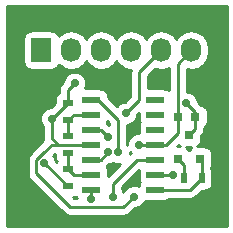
<source format=gtl>
G04 #@! TF.FileFunction,Copper,L1,Top,Signal*
%FSLAX46Y46*%
G04 Gerber Fmt 4.6, Leading zero omitted, Abs format (unit mm)*
G04 Created by KiCad (PCBNEW 4.0.1-stable) date 2/20/2016 9:56:53 PM*
%MOMM*%
G01*
G04 APERTURE LIST*
%ADD10C,0.100000*%
%ADD11R,0.500000X0.900000*%
%ADD12R,0.900000X0.500000*%
%ADD13R,1.500000X0.600000*%
%ADD14R,0.800100X0.800100*%
%ADD15R,0.800000X0.750000*%
%ADD16R,1.727200X2.032000*%
%ADD17O,1.727200X2.032000*%
%ADD18C,0.700000*%
%ADD19C,0.250000*%
%ADD20C,0.254000*%
G04 APERTURE END LIST*
D10*
D11*
X141200000Y-83550000D03*
X142700000Y-83550000D03*
D12*
X131350000Y-82800000D03*
X131350000Y-84300000D03*
X131350000Y-77200000D03*
X131350000Y-78700000D03*
X131350000Y-80000000D03*
X131350000Y-81500000D03*
D13*
X133350000Y-76940000D03*
X133350000Y-78210000D03*
X133350000Y-79480000D03*
X133350000Y-80750000D03*
X133350000Y-82020000D03*
X133350000Y-83290000D03*
X133350000Y-84560000D03*
X138750000Y-84560000D03*
X138750000Y-83290000D03*
X138750000Y-82020000D03*
X138750000Y-80750000D03*
X138750000Y-79480000D03*
X138750000Y-78210000D03*
X138750000Y-76940000D03*
D14*
X140650000Y-81950760D03*
X142550000Y-81950760D03*
X141600000Y-79951780D03*
D15*
X140650000Y-78400000D03*
X142150000Y-78400000D03*
D16*
X129100000Y-72750000D03*
D17*
X131640000Y-72750000D03*
X134180000Y-72750000D03*
X136720000Y-72750000D03*
X139260000Y-72750000D03*
X141800000Y-72750000D03*
D18*
X136250000Y-78100000D03*
X134750000Y-80100000D03*
X141400000Y-77250000D03*
X135600000Y-81400000D03*
X131950000Y-75550000D03*
X134750000Y-81400000D03*
X136950000Y-85150000D03*
X130000000Y-78550000D03*
X140300000Y-83300000D03*
X135150000Y-85150000D03*
X133350000Y-85400000D03*
X137350000Y-80750000D03*
X129350000Y-82300000D03*
D19*
X137387500Y-76962500D02*
X137387500Y-74622500D01*
X137387500Y-74622500D02*
X139260000Y-72750000D01*
X140650000Y-78400000D02*
X140650000Y-73900000D01*
X140650000Y-73900000D02*
X141800000Y-72750000D01*
X136250000Y-78100000D02*
X137387500Y-76962500D01*
X134130000Y-79480000D02*
X134750000Y-80100000D01*
X134130000Y-79480000D02*
X133350000Y-79480000D01*
X142150000Y-78400000D02*
X142150000Y-78000000D01*
X142150000Y-78000000D02*
X141400000Y-77250000D01*
X142150000Y-78400000D02*
X142150000Y-79401780D01*
X142150000Y-79401780D02*
X141600000Y-79951780D01*
X138750000Y-80750000D02*
X139700000Y-80750000D01*
X140650000Y-79800000D02*
X140650000Y-78400000D01*
X139700000Y-80750000D02*
X140650000Y-79800000D01*
X133890000Y-76940000D02*
X135600000Y-78650000D01*
X135600000Y-78650000D02*
X135600000Y-81400000D01*
X133350000Y-76940000D02*
X133890000Y-76940000D01*
X131350000Y-77200000D02*
X131350000Y-76150000D01*
X131350000Y-76150000D02*
X131950000Y-75550000D01*
X141200000Y-83550000D02*
X141200000Y-82500760D01*
X141200000Y-82500760D02*
X140650000Y-81950760D01*
X142700000Y-83550000D02*
X142700000Y-82100760D01*
X142700000Y-82100760D02*
X142550000Y-81950760D01*
X138750000Y-84560000D02*
X141690000Y-84560000D01*
X141690000Y-84560000D02*
X142700000Y-83550000D01*
X133350000Y-82020000D02*
X134130000Y-82020000D01*
X134130000Y-82020000D02*
X134750000Y-81400000D01*
X130550000Y-80750000D02*
X130000000Y-80750000D01*
X130000000Y-80750000D02*
X129350000Y-81400000D01*
X129350000Y-81400000D02*
X128700000Y-82050000D01*
X136050000Y-86050000D02*
X136950000Y-85150000D01*
X131550000Y-86050000D02*
X136050000Y-86050000D01*
X128700000Y-83200000D02*
X131550000Y-86050000D01*
X128700000Y-82050000D02*
X128700000Y-83200000D01*
X133350000Y-80750000D02*
X130550000Y-80750000D01*
X130000000Y-78550000D02*
X131350000Y-77200000D01*
X130000000Y-80200000D02*
X130000000Y-78550000D01*
X130550000Y-80750000D02*
X130000000Y-80200000D01*
X140290000Y-83290000D02*
X138750000Y-83290000D01*
X140300000Y-83300000D02*
X140290000Y-83290000D01*
X137180000Y-82020000D02*
X138750000Y-82020000D01*
X135150000Y-84050000D02*
X137180000Y-82020000D01*
X135150000Y-85150000D02*
X135150000Y-84050000D01*
X133350000Y-84560000D02*
X133350000Y-85400000D01*
X138750000Y-80750000D02*
X137350000Y-80750000D01*
X129350000Y-82300000D02*
X131350000Y-84300000D01*
X133350000Y-78210000D02*
X131840000Y-78210000D01*
X131840000Y-78210000D02*
X131350000Y-78700000D01*
X133350000Y-83290000D02*
X131840000Y-83290000D01*
X131840000Y-83290000D02*
X131350000Y-82800000D01*
X131350000Y-82800000D02*
X131350000Y-81500000D01*
X131350000Y-80000000D02*
X131350000Y-78700000D01*
D20*
G36*
X144790000Y-87640000D02*
X126210000Y-87640000D01*
X126210000Y-71734000D01*
X127588960Y-71734000D01*
X127588960Y-73766000D01*
X127601400Y-73832113D01*
X127601400Y-73892309D01*
X127622155Y-73942416D01*
X127633238Y-74001317D01*
X127670608Y-74059391D01*
X127698073Y-74125698D01*
X127740714Y-74168339D01*
X127772310Y-74217441D01*
X127827579Y-74255205D01*
X127876701Y-74304327D01*
X127934528Y-74328280D01*
X127984510Y-74362431D01*
X128048031Y-74375294D01*
X128110090Y-74401000D01*
X128174969Y-74401000D01*
X128236400Y-74413440D01*
X129963600Y-74413440D01*
X130029713Y-74401000D01*
X130089910Y-74401000D01*
X130140018Y-74380245D01*
X130198917Y-74369162D01*
X130256990Y-74331793D01*
X130323299Y-74304327D01*
X130365940Y-74261685D01*
X130415041Y-74230090D01*
X130452806Y-74174820D01*
X130501927Y-74125698D01*
X130525879Y-74067874D01*
X130560031Y-74017890D01*
X130568400Y-73976561D01*
X130580330Y-73994415D01*
X130735771Y-74098277D01*
X130737964Y-74100732D01*
X130743269Y-74103287D01*
X131066511Y-74319271D01*
X131640000Y-74433345D01*
X132213489Y-74319271D01*
X132536731Y-74103287D01*
X132542036Y-74100732D01*
X132544229Y-74098277D01*
X132699670Y-73994415D01*
X132885468Y-73716349D01*
X132910000Y-73688892D01*
X132934532Y-73716349D01*
X133120330Y-73994415D01*
X133275771Y-74098277D01*
X133277964Y-74100732D01*
X133283269Y-74103287D01*
X133606511Y-74319271D01*
X134180000Y-74433345D01*
X134753489Y-74319271D01*
X135076731Y-74103287D01*
X135082036Y-74100732D01*
X135084229Y-74098277D01*
X135239670Y-73994415D01*
X135425468Y-73716349D01*
X135450000Y-73688892D01*
X135474532Y-73716349D01*
X135660330Y-73994415D01*
X135815771Y-74098277D01*
X135817964Y-74100732D01*
X135823269Y-74103287D01*
X136146511Y-74319271D01*
X136667214Y-74422845D01*
X136627500Y-74622500D01*
X136627500Y-76647698D01*
X136160276Y-77114922D01*
X136054931Y-77114830D01*
X135692771Y-77264471D01*
X135490846Y-77466044D01*
X134747440Y-76722638D01*
X134747440Y-76640000D01*
X134735000Y-76573887D01*
X134735000Y-76513690D01*
X134714245Y-76463582D01*
X134703162Y-76404683D01*
X134665793Y-76346610D01*
X134638327Y-76280301D01*
X134595685Y-76237660D01*
X134564090Y-76188559D01*
X134508820Y-76150794D01*
X134459698Y-76101673D01*
X134401874Y-76077721D01*
X134351890Y-76043569D01*
X134288367Y-76030705D01*
X134226309Y-76005000D01*
X134161431Y-76005000D01*
X134100000Y-75992560D01*
X132832775Y-75992560D01*
X132934828Y-75746788D01*
X132935170Y-75354931D01*
X132785529Y-74992771D01*
X132508686Y-74715445D01*
X132146788Y-74565172D01*
X131754931Y-74564830D01*
X131392771Y-74714471D01*
X131115445Y-74991314D01*
X130965172Y-75353212D01*
X130965079Y-75460119D01*
X130812599Y-75612599D01*
X130647852Y-75859161D01*
X130590000Y-76150000D01*
X130590000Y-76391087D01*
X130540301Y-76411673D01*
X130497660Y-76454315D01*
X130448559Y-76485910D01*
X130410794Y-76541180D01*
X130361673Y-76590302D01*
X130337721Y-76648126D01*
X130303569Y-76698110D01*
X130290705Y-76761633D01*
X130265000Y-76823691D01*
X130265000Y-76888569D01*
X130252560Y-76950000D01*
X130252560Y-77222638D01*
X129910276Y-77564922D01*
X129804931Y-77564830D01*
X129442771Y-77714471D01*
X129165445Y-77991314D01*
X129015172Y-78353212D01*
X129014830Y-78745069D01*
X129164471Y-79107229D01*
X129240000Y-79182890D01*
X129240000Y-80200000D01*
X129279022Y-80396176D01*
X128162599Y-81512599D01*
X127997852Y-81759161D01*
X127940000Y-82050000D01*
X127940000Y-83200000D01*
X127997852Y-83490839D01*
X128162599Y-83737401D01*
X131012599Y-86587401D01*
X131259161Y-86752148D01*
X131550000Y-86810000D01*
X136050000Y-86810000D01*
X136340839Y-86752148D01*
X136587401Y-86587401D01*
X137039724Y-86135078D01*
X137145069Y-86135170D01*
X137507229Y-85985529D01*
X137784555Y-85708686D01*
X137873345Y-85494857D01*
X137873691Y-85495000D01*
X137938569Y-85495000D01*
X138000000Y-85507440D01*
X139500000Y-85507440D01*
X139566113Y-85495000D01*
X139626309Y-85495000D01*
X139676416Y-85474245D01*
X139735317Y-85463162D01*
X139793391Y-85425792D01*
X139859698Y-85398327D01*
X139902339Y-85355686D01*
X139951441Y-85324090D01*
X139954236Y-85320000D01*
X141690000Y-85320000D01*
X141980839Y-85262148D01*
X142227401Y-85097401D01*
X142677362Y-84647440D01*
X142950000Y-84647440D01*
X143016113Y-84635000D01*
X143076309Y-84635000D01*
X143126416Y-84614245D01*
X143185317Y-84603162D01*
X143243391Y-84565792D01*
X143309698Y-84538327D01*
X143352339Y-84495686D01*
X143401441Y-84464090D01*
X143439205Y-84408821D01*
X143488327Y-84359699D01*
X143512280Y-84301872D01*
X143546431Y-84251890D01*
X143559294Y-84188369D01*
X143585000Y-84126310D01*
X143585000Y-84061431D01*
X143597440Y-84000000D01*
X143597440Y-83100000D01*
X143585000Y-83033887D01*
X143585000Y-82973690D01*
X143564245Y-82923582D01*
X143553162Y-82864683D01*
X143515793Y-82806610D01*
X143488327Y-82740301D01*
X143473456Y-82725430D01*
X143488377Y-82710509D01*
X143512330Y-82652682D01*
X143546481Y-82602700D01*
X143559344Y-82539179D01*
X143585050Y-82477120D01*
X143585050Y-82412241D01*
X143597490Y-82350810D01*
X143597490Y-81550710D01*
X143585050Y-81484597D01*
X143585050Y-81424400D01*
X143564295Y-81374292D01*
X143553212Y-81315393D01*
X143515843Y-81257320D01*
X143488377Y-81191011D01*
X143445735Y-81148370D01*
X143414140Y-81099269D01*
X143358870Y-81061504D01*
X143309748Y-81012383D01*
X143251924Y-80988431D01*
X143201940Y-80954279D01*
X143138417Y-80941415D01*
X143076359Y-80915710D01*
X143011481Y-80915710D01*
X142950050Y-80903270D01*
X142328090Y-80903270D01*
X142359748Y-80890157D01*
X142402389Y-80847516D01*
X142451491Y-80815920D01*
X142489255Y-80760651D01*
X142538377Y-80711529D01*
X142562330Y-80653702D01*
X142596481Y-80603720D01*
X142609344Y-80540199D01*
X142635050Y-80478140D01*
X142635050Y-80413261D01*
X142647490Y-80351830D01*
X142647490Y-79979092D01*
X142687401Y-79939181D01*
X142852148Y-79692620D01*
X142873555Y-79585000D01*
X142910000Y-79401780D01*
X142910000Y-79313025D01*
X142952339Y-79270686D01*
X143001441Y-79239090D01*
X143039205Y-79183821D01*
X143088327Y-79134699D01*
X143112280Y-79076872D01*
X143146431Y-79026890D01*
X143159294Y-78963369D01*
X143185000Y-78901310D01*
X143185000Y-78836431D01*
X143197440Y-78775000D01*
X143197440Y-78025000D01*
X143185000Y-77958887D01*
X143185000Y-77898690D01*
X143164245Y-77848582D01*
X143153162Y-77789683D01*
X143115793Y-77731610D01*
X143088327Y-77665301D01*
X143045685Y-77622660D01*
X143014090Y-77573559D01*
X142958820Y-77535794D01*
X142909698Y-77486673D01*
X142851874Y-77462721D01*
X142801890Y-77428569D01*
X142738367Y-77415705D01*
X142676309Y-77390000D01*
X142614802Y-77390000D01*
X142385078Y-77160276D01*
X142385170Y-77054931D01*
X142235529Y-76692771D01*
X141958686Y-76415445D01*
X141596788Y-76265172D01*
X141410000Y-76265009D01*
X141410000Y-74355769D01*
X141800000Y-74433345D01*
X142373489Y-74319271D01*
X142696731Y-74103287D01*
X142702036Y-74100732D01*
X142704229Y-74098277D01*
X142859670Y-73994415D01*
X143045468Y-73716349D01*
X143091954Y-73664320D01*
X143104832Y-73627505D01*
X143184526Y-73508234D01*
X143234587Y-73256560D01*
X143285184Y-73111913D01*
X143268699Y-73085069D01*
X143298600Y-72934745D01*
X143298600Y-72565255D01*
X143268699Y-72414931D01*
X143285184Y-72388087D01*
X143234587Y-72243440D01*
X143184526Y-71991766D01*
X143104832Y-71872495D01*
X143091954Y-71835680D01*
X143045468Y-71783651D01*
X142859670Y-71505585D01*
X142704229Y-71401723D01*
X142702036Y-71399268D01*
X142696731Y-71396713D01*
X142373489Y-71180729D01*
X141800000Y-71066655D01*
X141226511Y-71180729D01*
X140903269Y-71396713D01*
X140897964Y-71399268D01*
X140895771Y-71401723D01*
X140740330Y-71505585D01*
X140554532Y-71783651D01*
X140530000Y-71811108D01*
X140505468Y-71783651D01*
X140319670Y-71505585D01*
X140164229Y-71401723D01*
X140162036Y-71399268D01*
X140156731Y-71396713D01*
X139833489Y-71180729D01*
X139260000Y-71066655D01*
X138686511Y-71180729D01*
X138363269Y-71396713D01*
X138357964Y-71399268D01*
X138355771Y-71401723D01*
X138200330Y-71505585D01*
X138014532Y-71783651D01*
X137990000Y-71811108D01*
X137965468Y-71783651D01*
X137779670Y-71505585D01*
X137624229Y-71401723D01*
X137622036Y-71399268D01*
X137616731Y-71396713D01*
X137293489Y-71180729D01*
X136720000Y-71066655D01*
X136146511Y-71180729D01*
X135823269Y-71396713D01*
X135817964Y-71399268D01*
X135815771Y-71401723D01*
X135660330Y-71505585D01*
X135474532Y-71783651D01*
X135450000Y-71811108D01*
X135425468Y-71783651D01*
X135239670Y-71505585D01*
X135084229Y-71401723D01*
X135082036Y-71399268D01*
X135076731Y-71396713D01*
X134753489Y-71180729D01*
X134180000Y-71066655D01*
X133606511Y-71180729D01*
X133283269Y-71396713D01*
X133277964Y-71399268D01*
X133275771Y-71401723D01*
X133120330Y-71505585D01*
X132934532Y-71783651D01*
X132910000Y-71811108D01*
X132885468Y-71783651D01*
X132699670Y-71505585D01*
X132544229Y-71401723D01*
X132542036Y-71399268D01*
X132536731Y-71396713D01*
X132213489Y-71180729D01*
X131640000Y-71066655D01*
X131066511Y-71180729D01*
X130743269Y-71396713D01*
X130737964Y-71399268D01*
X130735771Y-71401723D01*
X130580330Y-71505585D01*
X130570757Y-71519913D01*
X130566762Y-71498683D01*
X130529392Y-71440609D01*
X130501927Y-71374302D01*
X130459286Y-71331661D01*
X130427690Y-71282559D01*
X130372421Y-71244795D01*
X130323299Y-71195673D01*
X130265472Y-71171720D01*
X130215490Y-71137569D01*
X130151969Y-71124706D01*
X130089910Y-71099000D01*
X130025031Y-71099000D01*
X129963600Y-71086560D01*
X128236400Y-71086560D01*
X128170287Y-71099000D01*
X128110090Y-71099000D01*
X128059982Y-71119755D01*
X128001083Y-71130838D01*
X127943010Y-71168207D01*
X127876701Y-71195673D01*
X127834060Y-71238315D01*
X127784959Y-71269910D01*
X127747194Y-71325180D01*
X127698073Y-71374302D01*
X127674121Y-71432126D01*
X127639969Y-71482110D01*
X127627105Y-71545633D01*
X127601400Y-71607691D01*
X127601400Y-71672569D01*
X127588960Y-71734000D01*
X126210000Y-71734000D01*
X126210000Y-69060000D01*
X144790000Y-69060000D01*
X144790000Y-87640000D01*
X144790000Y-87640000D01*
G37*
X144790000Y-87640000D02*
X126210000Y-87640000D01*
X126210000Y-71734000D01*
X127588960Y-71734000D01*
X127588960Y-73766000D01*
X127601400Y-73832113D01*
X127601400Y-73892309D01*
X127622155Y-73942416D01*
X127633238Y-74001317D01*
X127670608Y-74059391D01*
X127698073Y-74125698D01*
X127740714Y-74168339D01*
X127772310Y-74217441D01*
X127827579Y-74255205D01*
X127876701Y-74304327D01*
X127934528Y-74328280D01*
X127984510Y-74362431D01*
X128048031Y-74375294D01*
X128110090Y-74401000D01*
X128174969Y-74401000D01*
X128236400Y-74413440D01*
X129963600Y-74413440D01*
X130029713Y-74401000D01*
X130089910Y-74401000D01*
X130140018Y-74380245D01*
X130198917Y-74369162D01*
X130256990Y-74331793D01*
X130323299Y-74304327D01*
X130365940Y-74261685D01*
X130415041Y-74230090D01*
X130452806Y-74174820D01*
X130501927Y-74125698D01*
X130525879Y-74067874D01*
X130560031Y-74017890D01*
X130568400Y-73976561D01*
X130580330Y-73994415D01*
X130735771Y-74098277D01*
X130737964Y-74100732D01*
X130743269Y-74103287D01*
X131066511Y-74319271D01*
X131640000Y-74433345D01*
X132213489Y-74319271D01*
X132536731Y-74103287D01*
X132542036Y-74100732D01*
X132544229Y-74098277D01*
X132699670Y-73994415D01*
X132885468Y-73716349D01*
X132910000Y-73688892D01*
X132934532Y-73716349D01*
X133120330Y-73994415D01*
X133275771Y-74098277D01*
X133277964Y-74100732D01*
X133283269Y-74103287D01*
X133606511Y-74319271D01*
X134180000Y-74433345D01*
X134753489Y-74319271D01*
X135076731Y-74103287D01*
X135082036Y-74100732D01*
X135084229Y-74098277D01*
X135239670Y-73994415D01*
X135425468Y-73716349D01*
X135450000Y-73688892D01*
X135474532Y-73716349D01*
X135660330Y-73994415D01*
X135815771Y-74098277D01*
X135817964Y-74100732D01*
X135823269Y-74103287D01*
X136146511Y-74319271D01*
X136667214Y-74422845D01*
X136627500Y-74622500D01*
X136627500Y-76647698D01*
X136160276Y-77114922D01*
X136054931Y-77114830D01*
X135692771Y-77264471D01*
X135490846Y-77466044D01*
X134747440Y-76722638D01*
X134747440Y-76640000D01*
X134735000Y-76573887D01*
X134735000Y-76513690D01*
X134714245Y-76463582D01*
X134703162Y-76404683D01*
X134665793Y-76346610D01*
X134638327Y-76280301D01*
X134595685Y-76237660D01*
X134564090Y-76188559D01*
X134508820Y-76150794D01*
X134459698Y-76101673D01*
X134401874Y-76077721D01*
X134351890Y-76043569D01*
X134288367Y-76030705D01*
X134226309Y-76005000D01*
X134161431Y-76005000D01*
X134100000Y-75992560D01*
X132832775Y-75992560D01*
X132934828Y-75746788D01*
X132935170Y-75354931D01*
X132785529Y-74992771D01*
X132508686Y-74715445D01*
X132146788Y-74565172D01*
X131754931Y-74564830D01*
X131392771Y-74714471D01*
X131115445Y-74991314D01*
X130965172Y-75353212D01*
X130965079Y-75460119D01*
X130812599Y-75612599D01*
X130647852Y-75859161D01*
X130590000Y-76150000D01*
X130590000Y-76391087D01*
X130540301Y-76411673D01*
X130497660Y-76454315D01*
X130448559Y-76485910D01*
X130410794Y-76541180D01*
X130361673Y-76590302D01*
X130337721Y-76648126D01*
X130303569Y-76698110D01*
X130290705Y-76761633D01*
X130265000Y-76823691D01*
X130265000Y-76888569D01*
X130252560Y-76950000D01*
X130252560Y-77222638D01*
X129910276Y-77564922D01*
X129804931Y-77564830D01*
X129442771Y-77714471D01*
X129165445Y-77991314D01*
X129015172Y-78353212D01*
X129014830Y-78745069D01*
X129164471Y-79107229D01*
X129240000Y-79182890D01*
X129240000Y-80200000D01*
X129279022Y-80396176D01*
X128162599Y-81512599D01*
X127997852Y-81759161D01*
X127940000Y-82050000D01*
X127940000Y-83200000D01*
X127997852Y-83490839D01*
X128162599Y-83737401D01*
X131012599Y-86587401D01*
X131259161Y-86752148D01*
X131550000Y-86810000D01*
X136050000Y-86810000D01*
X136340839Y-86752148D01*
X136587401Y-86587401D01*
X137039724Y-86135078D01*
X137145069Y-86135170D01*
X137507229Y-85985529D01*
X137784555Y-85708686D01*
X137873345Y-85494857D01*
X137873691Y-85495000D01*
X137938569Y-85495000D01*
X138000000Y-85507440D01*
X139500000Y-85507440D01*
X139566113Y-85495000D01*
X139626309Y-85495000D01*
X139676416Y-85474245D01*
X139735317Y-85463162D01*
X139793391Y-85425792D01*
X139859698Y-85398327D01*
X139902339Y-85355686D01*
X139951441Y-85324090D01*
X139954236Y-85320000D01*
X141690000Y-85320000D01*
X141980839Y-85262148D01*
X142227401Y-85097401D01*
X142677362Y-84647440D01*
X142950000Y-84647440D01*
X143016113Y-84635000D01*
X143076309Y-84635000D01*
X143126416Y-84614245D01*
X143185317Y-84603162D01*
X143243391Y-84565792D01*
X143309698Y-84538327D01*
X143352339Y-84495686D01*
X143401441Y-84464090D01*
X143439205Y-84408821D01*
X143488327Y-84359699D01*
X143512280Y-84301872D01*
X143546431Y-84251890D01*
X143559294Y-84188369D01*
X143585000Y-84126310D01*
X143585000Y-84061431D01*
X143597440Y-84000000D01*
X143597440Y-83100000D01*
X143585000Y-83033887D01*
X143585000Y-82973690D01*
X143564245Y-82923582D01*
X143553162Y-82864683D01*
X143515793Y-82806610D01*
X143488327Y-82740301D01*
X143473456Y-82725430D01*
X143488377Y-82710509D01*
X143512330Y-82652682D01*
X143546481Y-82602700D01*
X143559344Y-82539179D01*
X143585050Y-82477120D01*
X143585050Y-82412241D01*
X143597490Y-82350810D01*
X143597490Y-81550710D01*
X143585050Y-81484597D01*
X143585050Y-81424400D01*
X143564295Y-81374292D01*
X143553212Y-81315393D01*
X143515843Y-81257320D01*
X143488377Y-81191011D01*
X143445735Y-81148370D01*
X143414140Y-81099269D01*
X143358870Y-81061504D01*
X143309748Y-81012383D01*
X143251924Y-80988431D01*
X143201940Y-80954279D01*
X143138417Y-80941415D01*
X143076359Y-80915710D01*
X143011481Y-80915710D01*
X142950050Y-80903270D01*
X142328090Y-80903270D01*
X142359748Y-80890157D01*
X142402389Y-80847516D01*
X142451491Y-80815920D01*
X142489255Y-80760651D01*
X142538377Y-80711529D01*
X142562330Y-80653702D01*
X142596481Y-80603720D01*
X142609344Y-80540199D01*
X142635050Y-80478140D01*
X142635050Y-80413261D01*
X142647490Y-80351830D01*
X142647490Y-79979092D01*
X142687401Y-79939181D01*
X142852148Y-79692620D01*
X142873555Y-79585000D01*
X142910000Y-79401780D01*
X142910000Y-79313025D01*
X142952339Y-79270686D01*
X143001441Y-79239090D01*
X143039205Y-79183821D01*
X143088327Y-79134699D01*
X143112280Y-79076872D01*
X143146431Y-79026890D01*
X143159294Y-78963369D01*
X143185000Y-78901310D01*
X143185000Y-78836431D01*
X143197440Y-78775000D01*
X143197440Y-78025000D01*
X143185000Y-77958887D01*
X143185000Y-77898690D01*
X143164245Y-77848582D01*
X143153162Y-77789683D01*
X143115793Y-77731610D01*
X143088327Y-77665301D01*
X143045685Y-77622660D01*
X143014090Y-77573559D01*
X142958820Y-77535794D01*
X142909698Y-77486673D01*
X142851874Y-77462721D01*
X142801890Y-77428569D01*
X142738367Y-77415705D01*
X142676309Y-77390000D01*
X142614802Y-77390000D01*
X142385078Y-77160276D01*
X142385170Y-77054931D01*
X142235529Y-76692771D01*
X141958686Y-76415445D01*
X141596788Y-76265172D01*
X141410000Y-76265009D01*
X141410000Y-74355769D01*
X141800000Y-74433345D01*
X142373489Y-74319271D01*
X142696731Y-74103287D01*
X142702036Y-74100732D01*
X142704229Y-74098277D01*
X142859670Y-73994415D01*
X143045468Y-73716349D01*
X143091954Y-73664320D01*
X143104832Y-73627505D01*
X143184526Y-73508234D01*
X143234587Y-73256560D01*
X143285184Y-73111913D01*
X143268699Y-73085069D01*
X143298600Y-72934745D01*
X143298600Y-72565255D01*
X143268699Y-72414931D01*
X143285184Y-72388087D01*
X143234587Y-72243440D01*
X143184526Y-71991766D01*
X143104832Y-71872495D01*
X143091954Y-71835680D01*
X143045468Y-71783651D01*
X142859670Y-71505585D01*
X142704229Y-71401723D01*
X142702036Y-71399268D01*
X142696731Y-71396713D01*
X142373489Y-71180729D01*
X141800000Y-71066655D01*
X141226511Y-71180729D01*
X140903269Y-71396713D01*
X140897964Y-71399268D01*
X140895771Y-71401723D01*
X140740330Y-71505585D01*
X140554532Y-71783651D01*
X140530000Y-71811108D01*
X140505468Y-71783651D01*
X140319670Y-71505585D01*
X140164229Y-71401723D01*
X140162036Y-71399268D01*
X140156731Y-71396713D01*
X139833489Y-71180729D01*
X139260000Y-71066655D01*
X138686511Y-71180729D01*
X138363269Y-71396713D01*
X138357964Y-71399268D01*
X138355771Y-71401723D01*
X138200330Y-71505585D01*
X138014532Y-71783651D01*
X137990000Y-71811108D01*
X137965468Y-71783651D01*
X137779670Y-71505585D01*
X137624229Y-71401723D01*
X137622036Y-71399268D01*
X137616731Y-71396713D01*
X137293489Y-71180729D01*
X136720000Y-71066655D01*
X136146511Y-71180729D01*
X135823269Y-71396713D01*
X135817964Y-71399268D01*
X135815771Y-71401723D01*
X135660330Y-71505585D01*
X135474532Y-71783651D01*
X135450000Y-71811108D01*
X135425468Y-71783651D01*
X135239670Y-71505585D01*
X135084229Y-71401723D01*
X135082036Y-71399268D01*
X135076731Y-71396713D01*
X134753489Y-71180729D01*
X134180000Y-71066655D01*
X133606511Y-71180729D01*
X133283269Y-71396713D01*
X133277964Y-71399268D01*
X133275771Y-71401723D01*
X133120330Y-71505585D01*
X132934532Y-71783651D01*
X132910000Y-71811108D01*
X132885468Y-71783651D01*
X132699670Y-71505585D01*
X132544229Y-71401723D01*
X132542036Y-71399268D01*
X132536731Y-71396713D01*
X132213489Y-71180729D01*
X131640000Y-71066655D01*
X131066511Y-71180729D01*
X130743269Y-71396713D01*
X130737964Y-71399268D01*
X130735771Y-71401723D01*
X130580330Y-71505585D01*
X130570757Y-71519913D01*
X130566762Y-71498683D01*
X130529392Y-71440609D01*
X130501927Y-71374302D01*
X130459286Y-71331661D01*
X130427690Y-71282559D01*
X130372421Y-71244795D01*
X130323299Y-71195673D01*
X130265472Y-71171720D01*
X130215490Y-71137569D01*
X130151969Y-71124706D01*
X130089910Y-71099000D01*
X130025031Y-71099000D01*
X129963600Y-71086560D01*
X128236400Y-71086560D01*
X128170287Y-71099000D01*
X128110090Y-71099000D01*
X128059982Y-71119755D01*
X128001083Y-71130838D01*
X127943010Y-71168207D01*
X127876701Y-71195673D01*
X127834060Y-71238315D01*
X127784959Y-71269910D01*
X127747194Y-71325180D01*
X127698073Y-71374302D01*
X127674121Y-71432126D01*
X127639969Y-71482110D01*
X127627105Y-71545633D01*
X127601400Y-71607691D01*
X127601400Y-71672569D01*
X127588960Y-71734000D01*
X126210000Y-71734000D01*
X126210000Y-69060000D01*
X144790000Y-69060000D01*
X144790000Y-87640000D01*
G36*
X132034207Y-85153390D02*
X132061673Y-85219699D01*
X132104315Y-85262340D01*
X132122113Y-85290000D01*
X131864802Y-85290000D01*
X131772242Y-85197440D01*
X131800000Y-85197440D01*
X131866113Y-85185000D01*
X131926310Y-85185000D01*
X131976418Y-85164245D01*
X132034196Y-85153373D01*
X132034207Y-85153390D01*
X132034207Y-85153390D01*
G37*
X132034207Y-85153390D02*
X132061673Y-85219699D01*
X132104315Y-85262340D01*
X132122113Y-85290000D01*
X131864802Y-85290000D01*
X131772242Y-85197440D01*
X131800000Y-85197440D01*
X131866113Y-85185000D01*
X131926310Y-85185000D01*
X131976418Y-85164245D01*
X132034196Y-85153373D01*
X132034207Y-85153390D01*
G36*
X137365000Y-82928569D02*
X137352560Y-82990000D01*
X137352560Y-83590000D01*
X137365000Y-83656113D01*
X137365000Y-83716310D01*
X137385755Y-83766418D01*
X137396838Y-83825317D01*
X137434207Y-83883390D01*
X137451442Y-83925000D01*
X137437720Y-83958128D01*
X137403569Y-84008110D01*
X137390706Y-84071631D01*
X137365000Y-84133690D01*
X137365000Y-84198569D01*
X137354313Y-84251344D01*
X137146788Y-84165172D01*
X136754931Y-84164830D01*
X136392771Y-84314471D01*
X136115445Y-84591314D01*
X136050025Y-84748863D01*
X135985529Y-84592771D01*
X135910000Y-84517110D01*
X135910000Y-84364802D01*
X137365000Y-82909802D01*
X137365000Y-82928569D01*
X137365000Y-82928569D01*
G37*
X137365000Y-82928569D02*
X137352560Y-82990000D01*
X137352560Y-83590000D01*
X137365000Y-83656113D01*
X137365000Y-83716310D01*
X137385755Y-83766418D01*
X137396838Y-83825317D01*
X137434207Y-83883390D01*
X137451442Y-83925000D01*
X137437720Y-83958128D01*
X137403569Y-84008110D01*
X137390706Y-84071631D01*
X137365000Y-84133690D01*
X137365000Y-84198569D01*
X137354313Y-84251344D01*
X137146788Y-84165172D01*
X136754931Y-84164830D01*
X136392771Y-84314471D01*
X136115445Y-84591314D01*
X136050025Y-84748863D01*
X135985529Y-84592771D01*
X135910000Y-84517110D01*
X135910000Y-84364802D01*
X137365000Y-82909802D01*
X137365000Y-82928569D01*
G36*
X135403212Y-82384828D02*
X135740076Y-82385122D01*
X134747440Y-83377758D01*
X134747440Y-82990000D01*
X134735000Y-82923887D01*
X134735000Y-82863690D01*
X134714245Y-82813582D01*
X134703162Y-82754683D01*
X134665793Y-82696610D01*
X134648558Y-82655000D01*
X134662280Y-82621872D01*
X134696431Y-82571890D01*
X134707482Y-82517320D01*
X134839724Y-82385078D01*
X134945069Y-82385170D01*
X135175119Y-82290116D01*
X135403212Y-82384828D01*
X135403212Y-82384828D01*
G37*
X135403212Y-82384828D02*
X135740076Y-82385122D01*
X134747440Y-83377758D01*
X134747440Y-82990000D01*
X134735000Y-82923887D01*
X134735000Y-82863690D01*
X134714245Y-82813582D01*
X134703162Y-82754683D01*
X134665793Y-82696610D01*
X134648558Y-82655000D01*
X134662280Y-82621872D01*
X134696431Y-82571890D01*
X134707482Y-82517320D01*
X134839724Y-82385078D01*
X134945069Y-82385170D01*
X135175119Y-82290116D01*
X135403212Y-82384828D01*
G36*
X130252560Y-81750000D02*
X130265000Y-81816113D01*
X130265000Y-81876309D01*
X130285755Y-81926416D01*
X130296838Y-81985317D01*
X130334208Y-82043391D01*
X130361673Y-82109698D01*
X130401975Y-82150000D01*
X130361673Y-82190302D01*
X130348033Y-82223231D01*
X130335078Y-82210276D01*
X130335170Y-82104931D01*
X130185529Y-81742771D01*
X130133825Y-81690977D01*
X130252560Y-81572242D01*
X130252560Y-81750000D01*
X130252560Y-81750000D01*
G37*
X130252560Y-81750000D02*
X130265000Y-81816113D01*
X130265000Y-81876309D01*
X130285755Y-81926416D01*
X130296838Y-81985317D01*
X130334208Y-82043391D01*
X130361673Y-82109698D01*
X130401975Y-82150000D01*
X130361673Y-82190302D01*
X130348033Y-82223231D01*
X130335078Y-82210276D01*
X130335170Y-82104931D01*
X130185529Y-81742771D01*
X130133825Y-81690977D01*
X130252560Y-81572242D01*
X130252560Y-81750000D01*
G36*
X136670755Y-81463786D02*
X136642599Y-81482599D01*
X136584877Y-81540321D01*
X136585019Y-81377900D01*
X136670755Y-81463786D01*
X136670755Y-81463786D01*
G37*
X136670755Y-81463786D02*
X136642599Y-81482599D01*
X136584877Y-81540321D01*
X136585019Y-81377900D01*
X136670755Y-81463786D01*
G36*
X141790252Y-81012383D02*
X141747611Y-81055024D01*
X141698509Y-81086620D01*
X141660745Y-81141889D01*
X141611623Y-81191011D01*
X141600000Y-81219071D01*
X141588377Y-81191011D01*
X141545735Y-81148370D01*
X141514140Y-81099269D01*
X141458870Y-81061504D01*
X141409748Y-81012383D01*
X141378090Y-80999270D01*
X141821910Y-80999270D01*
X141790252Y-81012383D01*
X141790252Y-81012383D01*
G37*
X141790252Y-81012383D02*
X141747611Y-81055024D01*
X141698509Y-81086620D01*
X141660745Y-81141889D01*
X141611623Y-81191011D01*
X141600000Y-81219071D01*
X141588377Y-81191011D01*
X141545735Y-81148370D01*
X141514140Y-81099269D01*
X141458870Y-81061504D01*
X141409748Y-81012383D01*
X141378090Y-80999270D01*
X141821910Y-80999270D01*
X141790252Y-81012383D01*
G36*
X140735860Y-80803271D02*
X140791130Y-80841036D01*
X140840252Y-80890157D01*
X140871910Y-80903270D01*
X140621532Y-80903270D01*
X140730250Y-80794552D01*
X140735860Y-80803271D01*
X140735860Y-80803271D01*
G37*
X140735860Y-80803271D02*
X140791130Y-80841036D01*
X140840252Y-80890157D01*
X140871910Y-80903270D01*
X140621532Y-80903270D01*
X140730250Y-80794552D01*
X140735860Y-80803271D01*
G36*
X137352560Y-78510000D02*
X137365000Y-78576113D01*
X137365000Y-78636310D01*
X137385755Y-78686418D01*
X137396838Y-78745317D01*
X137434207Y-78803390D01*
X137451442Y-78845000D01*
X137437720Y-78878128D01*
X137403569Y-78928110D01*
X137390706Y-78991631D01*
X137365000Y-79053690D01*
X137365000Y-79118569D01*
X137352560Y-79180000D01*
X137352560Y-79765002D01*
X137154931Y-79764830D01*
X136792771Y-79914471D01*
X136515445Y-80191314D01*
X136365172Y-80553212D01*
X136364981Y-80772100D01*
X136360000Y-80767110D01*
X136360000Y-79085096D01*
X136445069Y-79085170D01*
X136807229Y-78935529D01*
X137084555Y-78658686D01*
X137234828Y-78296788D01*
X137234921Y-78189881D01*
X137352560Y-78072242D01*
X137352560Y-78510000D01*
X137352560Y-78510000D01*
G37*
X137352560Y-78510000D02*
X137365000Y-78576113D01*
X137365000Y-78636310D01*
X137385755Y-78686418D01*
X137396838Y-78745317D01*
X137434207Y-78803390D01*
X137451442Y-78845000D01*
X137437720Y-78878128D01*
X137403569Y-78928110D01*
X137390706Y-78991631D01*
X137365000Y-79053690D01*
X137365000Y-79118569D01*
X137352560Y-79180000D01*
X137352560Y-79765002D01*
X137154931Y-79764830D01*
X136792771Y-79914471D01*
X136515445Y-80191314D01*
X136365172Y-80553212D01*
X136364981Y-80772100D01*
X136360000Y-80767110D01*
X136360000Y-79085096D01*
X136445069Y-79085170D01*
X136807229Y-78935529D01*
X137084555Y-78658686D01*
X137234828Y-78296788D01*
X137234921Y-78189881D01*
X137352560Y-78072242D01*
X137352560Y-78510000D01*
G36*
X134840000Y-78964802D02*
X134840000Y-79115079D01*
X134839881Y-79115079D01*
X134710967Y-78986165D01*
X134703162Y-78944683D01*
X134665793Y-78886610D01*
X134648558Y-78845000D01*
X134662280Y-78811872D01*
X134672343Y-78797145D01*
X134840000Y-78964802D01*
X134840000Y-78964802D01*
G37*
X134840000Y-78964802D02*
X134840000Y-79115079D01*
X134839881Y-79115079D01*
X134710967Y-78986165D01*
X134703162Y-78944683D01*
X134665793Y-78886610D01*
X134648558Y-78845000D01*
X134662280Y-78811872D01*
X134672343Y-78797145D01*
X134840000Y-78964802D01*
G36*
X139890000Y-76131975D02*
X139859698Y-76101673D01*
X139801874Y-76077721D01*
X139751890Y-76043569D01*
X139688367Y-76030705D01*
X139626309Y-76005000D01*
X139561431Y-76005000D01*
X139500000Y-75992560D01*
X138147500Y-75992560D01*
X138147500Y-74937302D01*
X138752421Y-74332381D01*
X139260000Y-74433345D01*
X139833489Y-74319271D01*
X139890000Y-74281512D01*
X139890000Y-76131975D01*
X139890000Y-76131975D01*
G37*
X139890000Y-76131975D02*
X139859698Y-76101673D01*
X139801874Y-76077721D01*
X139751890Y-76043569D01*
X139688367Y-76030705D01*
X139626309Y-76005000D01*
X139561431Y-76005000D01*
X139500000Y-75992560D01*
X138147500Y-75992560D01*
X138147500Y-74937302D01*
X138752421Y-74332381D01*
X139260000Y-74433345D01*
X139833489Y-74319271D01*
X139890000Y-74281512D01*
X139890000Y-76131975D01*
M02*

</source>
